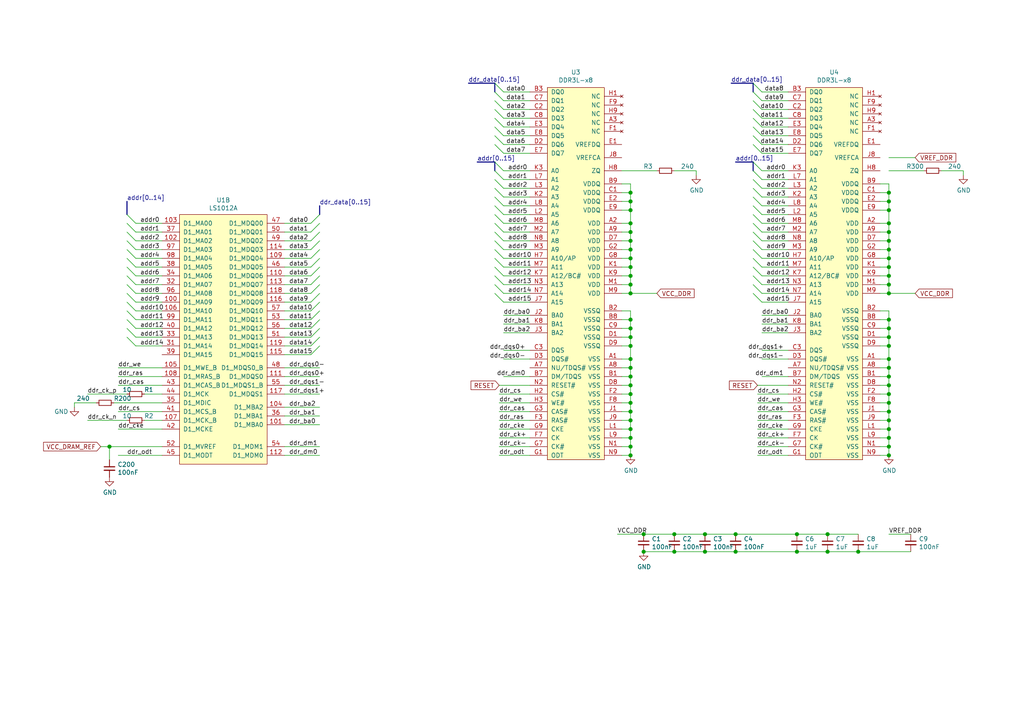
<source format=kicad_sch>
(kicad_sch (version 20210621) (generator eeschema)
  (paper "A4")
  (junction (at 31.75 129.54) (diameter 1.016))
  (junction (at 182.88 55.88) (diameter 1.016))
  (junction (at 182.88 58.42) (diameter 1.016))
  (junction (at 182.88 60.96) (diameter 1.016))
  (junction (at 182.88 64.77) (diameter 1.016))
  (junction (at 182.88 67.31) (diameter 1.016))
  (junction (at 182.88 69.85) (diameter 1.016))
  (junction (at 182.88 72.39) (diameter 1.016))
  (junction (at 182.88 74.93) (diameter 1.016))
  (junction (at 182.88 77.47) (diameter 1.016))
  (junction (at 182.88 80.01) (diameter 1.016))
  (junction (at 182.88 82.55) (diameter 1.016))
  (junction (at 182.88 85.09) (diameter 1.016))
  (junction (at 182.88 92.71) (diameter 1.016))
  (junction (at 182.88 95.25) (diameter 1.016))
  (junction (at 182.88 97.79) (diameter 1.016))
  (junction (at 182.88 100.33) (diameter 1.016))
  (junction (at 182.88 104.14) (diameter 1.016))
  (junction (at 182.88 106.68) (diameter 1.016))
  (junction (at 182.88 109.22) (diameter 1.016))
  (junction (at 182.88 111.76) (diameter 1.016))
  (junction (at 182.88 114.3) (diameter 1.016))
  (junction (at 182.88 116.84) (diameter 1.016))
  (junction (at 182.88 119.38) (diameter 1.016))
  (junction (at 182.88 121.92) (diameter 1.016))
  (junction (at 182.88 124.46) (diameter 1.016))
  (junction (at 182.88 127) (diameter 1.016))
  (junction (at 182.88 129.54) (diameter 1.016))
  (junction (at 182.88 132.08) (diameter 1.016))
  (junction (at 186.69 154.94) (diameter 1.016))
  (junction (at 186.69 160.02) (diameter 1.016))
  (junction (at 195.58 154.94) (diameter 1.016))
  (junction (at 195.58 160.02) (diameter 1.016))
  (junction (at 204.47 154.94) (diameter 1.016))
  (junction (at 204.47 160.02) (diameter 1.016))
  (junction (at 213.36 154.94) (diameter 1.016))
  (junction (at 213.36 160.02) (diameter 1.016))
  (junction (at 231.14 154.94) (diameter 1.016))
  (junction (at 231.14 160.02) (diameter 1.016))
  (junction (at 240.03 154.94) (diameter 1.016))
  (junction (at 240.03 160.02) (diameter 1.016))
  (junction (at 248.92 160.02) (diameter 1.016))
  (junction (at 257.81 55.88) (diameter 1.016))
  (junction (at 257.81 58.42) (diameter 1.016))
  (junction (at 257.81 60.96) (diameter 1.016))
  (junction (at 257.81 64.77) (diameter 1.016))
  (junction (at 257.81 67.31) (diameter 1.016))
  (junction (at 257.81 69.85) (diameter 1.016))
  (junction (at 257.81 72.39) (diameter 1.016))
  (junction (at 257.81 74.93) (diameter 1.016))
  (junction (at 257.81 77.47) (diameter 1.016))
  (junction (at 257.81 80.01) (diameter 1.016))
  (junction (at 257.81 82.55) (diameter 1.016))
  (junction (at 257.81 85.09) (diameter 1.016))
  (junction (at 257.81 92.71) (diameter 1.016))
  (junction (at 257.81 95.25) (diameter 1.016))
  (junction (at 257.81 97.79) (diameter 1.016))
  (junction (at 257.81 100.33) (diameter 1.016))
  (junction (at 257.81 104.14) (diameter 1.016))
  (junction (at 257.81 106.68) (diameter 1.016))
  (junction (at 257.81 109.22) (diameter 1.016))
  (junction (at 257.81 111.76) (diameter 1.016))
  (junction (at 257.81 114.3) (diameter 1.016))
  (junction (at 257.81 116.84) (diameter 1.016))
  (junction (at 257.81 119.38) (diameter 1.016))
  (junction (at 257.81 121.92) (diameter 1.016))
  (junction (at 257.81 124.46) (diameter 1.016))
  (junction (at 257.81 127) (diameter 1.016))
  (junction (at 257.81 129.54) (diameter 1.016))
  (junction (at 257.81 132.08) (diameter 1.016))
  (bus_entry (at 36.83 62.23) (size 2.54 2.54) (stroke (width 0.1524)))
  (bus_entry (at 36.83 64.77) (size 2.54 2.54) (stroke (width 0.1524)))
  (bus_entry (at 36.83 67.31) (size 2.54 2.54) (stroke (width 0.1524)))
  (bus_entry (at 36.83 69.85) (size 2.54 2.54) (stroke (width 0.1524)))
  (bus_entry (at 36.83 72.39) (size 2.54 2.54) (stroke (width 0.1524)))
  (bus_entry (at 36.83 74.93) (size 2.54 2.54) (stroke (width 0.1524)))
  (bus_entry (at 36.83 77.47) (size 2.54 2.54) (stroke (width 0.1524)))
  (bus_entry (at 36.83 80.01) (size 2.54 2.54) (stroke (width 0.1524)))
  (bus_entry (at 36.83 82.55) (size 2.54 2.54) (stroke (width 0.1524)))
  (bus_entry (at 36.83 85.09) (size 2.54 2.54) (stroke (width 0.1524)))
  (bus_entry (at 36.83 87.63) (size 2.54 2.54) (stroke (width 0.1524)))
  (bus_entry (at 36.83 90.17) (size 2.54 2.54) (stroke (width 0.1524)))
  (bus_entry (at 36.83 92.71) (size 2.54 2.54) (stroke (width 0.1524)))
  (bus_entry (at 36.83 95.25) (size 2.54 2.54) (stroke (width 0.1524)))
  (bus_entry (at 36.83 97.79) (size 2.54 2.54) (stroke (width 0.1524)))
  (bus_entry (at 90.17 64.77) (size 2.54 -2.54) (stroke (width 0.1524)))
  (bus_entry (at 90.17 67.31) (size 2.54 -2.54) (stroke (width 0.1524)))
  (bus_entry (at 90.17 69.85) (size 2.54 -2.54) (stroke (width 0.1524)))
  (bus_entry (at 90.17 72.39) (size 2.54 -2.54) (stroke (width 0.1524)))
  (bus_entry (at 90.17 74.93) (size 2.54 -2.54) (stroke (width 0.1524)))
  (bus_entry (at 90.17 77.47) (size 2.54 -2.54) (stroke (width 0.1524)))
  (bus_entry (at 90.17 80.01) (size 2.54 -2.54) (stroke (width 0.1524)))
  (bus_entry (at 90.17 82.55) (size 2.54 -2.54) (stroke (width 0.1524)))
  (bus_entry (at 90.17 85.09) (size 2.54 -2.54) (stroke (width 0.1524)))
  (bus_entry (at 90.17 87.63) (size 2.54 -2.54) (stroke (width 0.1524)))
  (bus_entry (at 90.17 90.17) (size 2.54 -2.54) (stroke (width 0.1524)))
  (bus_entry (at 90.17 92.71) (size 2.54 -2.54) (stroke (width 0.1524)))
  (bus_entry (at 90.17 95.25) (size 2.54 -2.54) (stroke (width 0.1524)))
  (bus_entry (at 90.17 97.79) (size 2.54 -2.54) (stroke (width 0.1524)))
  (bus_entry (at 90.17 100.33) (size 2.54 -2.54) (stroke (width 0.1524)))
  (bus_entry (at 90.17 102.87) (size 2.54 -2.54) (stroke (width 0.1524)))
  (bus_entry (at 143.51 46.99) (size 2.54 2.54) (stroke (width 0.1524)))
  (bus_entry (at 143.51 49.53) (size 2.54 2.54) (stroke (width 0.1524)))
  (bus_entry (at 143.51 52.07) (size 2.54 2.54) (stroke (width 0.1524)))
  (bus_entry (at 143.51 54.61) (size 2.54 2.54) (stroke (width 0.1524)))
  (bus_entry (at 143.51 57.15) (size 2.54 2.54) (stroke (width 0.1524)))
  (bus_entry (at 143.51 59.69) (size 2.54 2.54) (stroke (width 0.1524)))
  (bus_entry (at 143.51 62.23) (size 2.54 2.54) (stroke (width 0.1524)))
  (bus_entry (at 143.51 64.77) (size 2.54 2.54) (stroke (width 0.1524)))
  (bus_entry (at 143.51 67.31) (size 2.54 2.54) (stroke (width 0.1524)))
  (bus_entry (at 143.51 69.85) (size 2.54 2.54) (stroke (width 0.1524)))
  (bus_entry (at 143.51 72.39) (size 2.54 2.54) (stroke (width 0.1524)))
  (bus_entry (at 143.51 74.93) (size 2.54 2.54) (stroke (width 0.1524)))
  (bus_entry (at 143.51 77.47) (size 2.54 2.54) (stroke (width 0.1524)))
  (bus_entry (at 143.51 80.01) (size 2.54 2.54) (stroke (width 0.1524)))
  (bus_entry (at 143.51 82.55) (size 2.54 2.54) (stroke (width 0.1524)))
  (bus_entry (at 143.51 85.09) (size 2.54 2.54) (stroke (width 0.1524)))
  (bus_entry (at 146.05 26.67) (size -2.54 -2.54) (stroke (width 0.1524)))
  (bus_entry (at 146.05 29.21) (size -2.54 -2.54) (stroke (width 0.1524)))
  (bus_entry (at 146.05 31.75) (size -2.54 -2.54) (stroke (width 0.1524)))
  (bus_entry (at 146.05 34.29) (size -2.54 -2.54) (stroke (width 0.1524)))
  (bus_entry (at 146.05 36.83) (size -2.54 -2.54) (stroke (width 0.1524)))
  (bus_entry (at 146.05 39.37) (size -2.54 -2.54) (stroke (width 0.1524)))
  (bus_entry (at 146.05 41.91) (size -2.54 -2.54) (stroke (width 0.1524)))
  (bus_entry (at 146.05 44.45) (size -2.54 -2.54) (stroke (width 0.1524)))
  (bus_entry (at 218.44 46.99) (size 2.54 2.54) (stroke (width 0.1524)))
  (bus_entry (at 218.44 49.53) (size 2.54 2.54) (stroke (width 0.1524)))
  (bus_entry (at 218.44 52.07) (size 2.54 2.54) (stroke (width 0.1524)))
  (bus_entry (at 218.44 54.61) (size 2.54 2.54) (stroke (width 0.1524)))
  (bus_entry (at 218.44 57.15) (size 2.54 2.54) (stroke (width 0.1524)))
  (bus_entry (at 218.44 59.69) (size 2.54 2.54) (stroke (width 0.1524)))
  (bus_entry (at 218.44 62.23) (size 2.54 2.54) (stroke (width 0.1524)))
  (bus_entry (at 218.44 64.77) (size 2.54 2.54) (stroke (width 0.1524)))
  (bus_entry (at 218.44 67.31) (size 2.54 2.54) (stroke (width 0.1524)))
  (bus_entry (at 218.44 69.85) (size 2.54 2.54) (stroke (width 0.1524)))
  (bus_entry (at 218.44 72.39) (size 2.54 2.54) (stroke (width 0.1524)))
  (bus_entry (at 218.44 74.93) (size 2.54 2.54) (stroke (width 0.1524)))
  (bus_entry (at 218.44 77.47) (size 2.54 2.54) (stroke (width 0.1524)))
  (bus_entry (at 218.44 80.01) (size 2.54 2.54) (stroke (width 0.1524)))
  (bus_entry (at 218.44 82.55) (size 2.54 2.54) (stroke (width 0.1524)))
  (bus_entry (at 218.44 85.09) (size 2.54 2.54) (stroke (width 0.1524)))
  (bus_entry (at 220.98 26.67) (size -2.54 -2.54) (stroke (width 0.1524)))
  (bus_entry (at 220.98 29.21) (size -2.54 -2.54) (stroke (width 0.1524)))
  (bus_entry (at 220.98 31.75) (size -2.54 -2.54) (stroke (width 0.1524)))
  (bus_entry (at 220.98 34.29) (size -2.54 -2.54) (stroke (width 0.1524)))
  (bus_entry (at 220.98 36.83) (size -2.54 -2.54) (stroke (width 0.1524)))
  (bus_entry (at 220.98 39.37) (size -2.54 -2.54) (stroke (width 0.1524)))
  (bus_entry (at 220.98 41.91) (size -2.54 -2.54) (stroke (width 0.1524)))
  (bus_entry (at 220.98 44.45) (size -2.54 -2.54) (stroke (width 0.1524)))
  (wire (pts (xy 21.59 116.84) (xy 21.59 118.11)))
  (wire (pts (xy 27.94 116.84) (xy 21.59 116.84)))
  (wire (pts (xy 31.75 129.54) (xy 29.21 129.54)))
  (wire (pts (xy 31.75 129.54) (xy 31.75 133.35)))
  (wire (pts (xy 33.02 116.84) (xy 46.99 116.84)))
  (wire (pts (xy 36.83 114.3) (xy 25.4 114.3)))
  (wire (pts (xy 36.83 121.92) (xy 25.4 121.92)))
  (wire (pts (xy 39.37 64.77) (xy 46.99 64.77)))
  (wire (pts (xy 39.37 67.31) (xy 46.99 67.31)))
  (wire (pts (xy 39.37 69.85) (xy 46.99 69.85)))
  (wire (pts (xy 39.37 72.39) (xy 46.99 72.39)))
  (wire (pts (xy 39.37 74.93) (xy 46.99 74.93)))
  (wire (pts (xy 39.37 77.47) (xy 46.99 77.47)))
  (wire (pts (xy 39.37 80.01) (xy 46.99 80.01)))
  (wire (pts (xy 39.37 82.55) (xy 46.99 82.55)))
  (wire (pts (xy 39.37 85.09) (xy 46.99 85.09)))
  (wire (pts (xy 39.37 87.63) (xy 46.99 87.63)))
  (wire (pts (xy 39.37 90.17) (xy 46.99 90.17)))
  (wire (pts (xy 39.37 92.71) (xy 46.99 92.71)))
  (wire (pts (xy 39.37 95.25) (xy 46.99 95.25)))
  (wire (pts (xy 39.37 97.79) (xy 46.99 97.79)))
  (wire (pts (xy 39.37 100.33) (xy 46.99 100.33)))
  (wire (pts (xy 41.91 114.3) (xy 46.99 114.3)))
  (wire (pts (xy 41.91 121.92) (xy 46.99 121.92)))
  (wire (pts (xy 46.99 106.68) (xy 34.29 106.68)))
  (wire (pts (xy 46.99 109.22) (xy 34.29 109.22)))
  (wire (pts (xy 46.99 111.76) (xy 34.29 111.76)))
  (wire (pts (xy 46.99 119.38) (xy 34.29 119.38)))
  (wire (pts (xy 46.99 124.46) (xy 34.29 124.46)))
  (wire (pts (xy 46.99 129.54) (xy 31.75 129.54)))
  (wire (pts (xy 46.99 132.08) (xy 34.29 132.08)))
  (wire (pts (xy 82.55 64.77) (xy 90.17 64.77)))
  (wire (pts (xy 82.55 67.31) (xy 90.17 67.31)))
  (wire (pts (xy 82.55 69.85) (xy 90.17 69.85)))
  (wire (pts (xy 82.55 72.39) (xy 90.17 72.39)))
  (wire (pts (xy 82.55 74.93) (xy 90.17 74.93)))
  (wire (pts (xy 82.55 77.47) (xy 90.17 77.47)))
  (wire (pts (xy 82.55 80.01) (xy 90.17 80.01)))
  (wire (pts (xy 82.55 82.55) (xy 90.17 82.55)))
  (wire (pts (xy 82.55 85.09) (xy 90.17 85.09)))
  (wire (pts (xy 82.55 87.63) (xy 90.17 87.63)))
  (wire (pts (xy 82.55 90.17) (xy 90.17 90.17)))
  (wire (pts (xy 82.55 92.71) (xy 90.17 92.71)))
  (wire (pts (xy 82.55 95.25) (xy 90.17 95.25)))
  (wire (pts (xy 82.55 97.79) (xy 90.17 97.79)))
  (wire (pts (xy 82.55 100.33) (xy 90.17 100.33)))
  (wire (pts (xy 82.55 102.87) (xy 90.17 102.87)))
  (wire (pts (xy 82.55 106.68) (xy 92.71 106.68)))
  (wire (pts (xy 82.55 109.22) (xy 92.71 109.22)))
  (wire (pts (xy 82.55 111.76) (xy 92.71 111.76)))
  (wire (pts (xy 82.55 114.3) (xy 92.71 114.3)))
  (wire (pts (xy 82.55 118.11) (xy 92.71 118.11)))
  (wire (pts (xy 82.55 120.65) (xy 92.71 120.65)))
  (wire (pts (xy 82.55 123.19) (xy 92.71 123.19)))
  (wire (pts (xy 82.55 129.54) (xy 92.71 129.54)))
  (wire (pts (xy 82.55 132.08) (xy 92.71 132.08)))
  (wire (pts (xy 146.05 49.53) (xy 153.67 49.53)))
  (wire (pts (xy 146.05 52.07) (xy 153.67 52.07)))
  (wire (pts (xy 146.05 54.61) (xy 153.67 54.61)))
  (wire (pts (xy 146.05 57.15) (xy 153.67 57.15)))
  (wire (pts (xy 146.05 59.69) (xy 153.67 59.69)))
  (wire (pts (xy 146.05 62.23) (xy 153.67 62.23)))
  (wire (pts (xy 146.05 64.77) (xy 153.67 64.77)))
  (wire (pts (xy 146.05 67.31) (xy 153.67 67.31)))
  (wire (pts (xy 146.05 69.85) (xy 153.67 69.85)))
  (wire (pts (xy 146.05 72.39) (xy 153.67 72.39)))
  (wire (pts (xy 146.05 74.93) (xy 153.67 74.93)))
  (wire (pts (xy 146.05 77.47) (xy 153.67 77.47)))
  (wire (pts (xy 146.05 80.01) (xy 153.67 80.01)))
  (wire (pts (xy 146.05 82.55) (xy 153.67 82.55)))
  (wire (pts (xy 146.05 85.09) (xy 153.67 85.09)))
  (wire (pts (xy 146.05 87.63) (xy 153.67 87.63)))
  (wire (pts (xy 153.67 26.67) (xy 146.05 26.67)))
  (wire (pts (xy 153.67 29.21) (xy 146.05 29.21)))
  (wire (pts (xy 153.67 31.75) (xy 146.05 31.75)))
  (wire (pts (xy 153.67 34.29) (xy 146.05 34.29)))
  (wire (pts (xy 153.67 36.83) (xy 146.05 36.83)))
  (wire (pts (xy 153.67 39.37) (xy 146.05 39.37)))
  (wire (pts (xy 153.67 41.91) (xy 146.05 41.91)))
  (wire (pts (xy 153.67 44.45) (xy 146.05 44.45)))
  (wire (pts (xy 153.67 91.44) (xy 146.05 91.44)))
  (wire (pts (xy 153.67 93.98) (xy 146.05 93.98)))
  (wire (pts (xy 153.67 96.52) (xy 146.05 96.52)))
  (wire (pts (xy 153.67 101.6) (xy 146.05 101.6)))
  (wire (pts (xy 153.67 104.14) (xy 146.05 104.14)))
  (wire (pts (xy 153.67 109.22) (xy 146.05 109.22)))
  (wire (pts (xy 153.67 111.76) (xy 144.78 111.76)))
  (wire (pts (xy 153.67 114.3) (xy 144.78 114.3)))
  (wire (pts (xy 153.67 116.84) (xy 144.78 116.84)))
  (wire (pts (xy 153.67 119.38) (xy 144.78 119.38)))
  (wire (pts (xy 153.67 121.92) (xy 144.78 121.92)))
  (wire (pts (xy 153.67 124.46) (xy 144.78 124.46)))
  (wire (pts (xy 153.67 127) (xy 144.78 127)))
  (wire (pts (xy 153.67 129.54) (xy 144.78 129.54)))
  (wire (pts (xy 153.67 132.08) (xy 144.78 132.08)))
  (wire (pts (xy 180.34 55.88) (xy 182.88 55.88)))
  (wire (pts (xy 180.34 58.42) (xy 182.88 58.42)))
  (wire (pts (xy 180.34 60.96) (xy 182.88 60.96)))
  (wire (pts (xy 180.34 64.77) (xy 182.88 64.77)))
  (wire (pts (xy 180.34 67.31) (xy 182.88 67.31)))
  (wire (pts (xy 180.34 69.85) (xy 182.88 69.85)))
  (wire (pts (xy 180.34 72.39) (xy 182.88 72.39)))
  (wire (pts (xy 180.34 74.93) (xy 182.88 74.93)))
  (wire (pts (xy 180.34 77.47) (xy 182.88 77.47)))
  (wire (pts (xy 180.34 80.01) (xy 182.88 80.01)))
  (wire (pts (xy 180.34 82.55) (xy 182.88 82.55)))
  (wire (pts (xy 180.34 85.09) (xy 182.88 85.09)))
  (wire (pts (xy 180.34 90.17) (xy 182.88 90.17)))
  (wire (pts (xy 180.34 92.71) (xy 182.88 92.71)))
  (wire (pts (xy 180.34 95.25) (xy 182.88 95.25)))
  (wire (pts (xy 180.34 97.79) (xy 182.88 97.79)))
  (wire (pts (xy 180.34 100.33) (xy 182.88 100.33)))
  (wire (pts (xy 180.34 104.14) (xy 182.88 104.14)))
  (wire (pts (xy 180.34 106.68) (xy 182.88 106.68)))
  (wire (pts (xy 180.34 109.22) (xy 182.88 109.22)))
  (wire (pts (xy 180.34 111.76) (xy 182.88 111.76)))
  (wire (pts (xy 180.34 114.3) (xy 182.88 114.3)))
  (wire (pts (xy 180.34 116.84) (xy 182.88 116.84)))
  (wire (pts (xy 180.34 119.38) (xy 182.88 119.38)))
  (wire (pts (xy 180.34 121.92) (xy 182.88 121.92)))
  (wire (pts (xy 180.34 124.46) (xy 182.88 124.46)))
  (wire (pts (xy 180.34 127) (xy 182.88 127)))
  (wire (pts (xy 180.34 129.54) (xy 182.88 129.54)))
  (wire (pts (xy 182.88 53.34) (xy 180.34 53.34)))
  (wire (pts (xy 182.88 55.88) (xy 182.88 53.34)))
  (wire (pts (xy 182.88 58.42) (xy 182.88 55.88)))
  (wire (pts (xy 182.88 60.96) (xy 182.88 58.42)))
  (wire (pts (xy 182.88 64.77) (xy 182.88 60.96)))
  (wire (pts (xy 182.88 67.31) (xy 182.88 64.77)))
  (wire (pts (xy 182.88 69.85) (xy 182.88 67.31)))
  (wire (pts (xy 182.88 72.39) (xy 182.88 69.85)))
  (wire (pts (xy 182.88 74.93) (xy 182.88 72.39)))
  (wire (pts (xy 182.88 77.47) (xy 182.88 74.93)))
  (wire (pts (xy 182.88 80.01) (xy 182.88 77.47)))
  (wire (pts (xy 182.88 82.55) (xy 182.88 80.01)))
  (wire (pts (xy 182.88 85.09) (xy 182.88 82.55)))
  (wire (pts (xy 182.88 85.09) (xy 190.5 85.09)))
  (wire (pts (xy 182.88 90.17) (xy 182.88 92.71)))
  (wire (pts (xy 182.88 92.71) (xy 182.88 95.25)))
  (wire (pts (xy 182.88 95.25) (xy 182.88 97.79)))
  (wire (pts (xy 182.88 97.79) (xy 182.88 100.33)))
  (wire (pts (xy 182.88 100.33) (xy 182.88 104.14)))
  (wire (pts (xy 182.88 104.14) (xy 182.88 106.68)))
  (wire (pts (xy 182.88 106.68) (xy 182.88 109.22)))
  (wire (pts (xy 182.88 109.22) (xy 182.88 111.76)))
  (wire (pts (xy 182.88 111.76) (xy 182.88 114.3)))
  (wire (pts (xy 182.88 114.3) (xy 182.88 116.84)))
  (wire (pts (xy 182.88 116.84) (xy 182.88 119.38)))
  (wire (pts (xy 182.88 119.38) (xy 182.88 121.92)))
  (wire (pts (xy 182.88 121.92) (xy 182.88 124.46)))
  (wire (pts (xy 182.88 124.46) (xy 182.88 127)))
  (wire (pts (xy 182.88 127) (xy 182.88 129.54)))
  (wire (pts (xy 182.88 129.54) (xy 182.88 132.08)))
  (wire (pts (xy 182.88 132.08) (xy 180.34 132.08)))
  (wire (pts (xy 186.69 154.94) (xy 179.07 154.94)))
  (wire (pts (xy 190.5 49.53) (xy 180.34 49.53)))
  (wire (pts (xy 195.58 49.53) (xy 201.93 49.53)))
  (wire (pts (xy 195.58 154.94) (xy 186.69 154.94)))
  (wire (pts (xy 195.58 160.02) (xy 186.69 160.02)))
  (wire (pts (xy 201.93 49.53) (xy 201.93 50.8)))
  (wire (pts (xy 204.47 154.94) (xy 195.58 154.94)))
  (wire (pts (xy 204.47 160.02) (xy 195.58 160.02)))
  (wire (pts (xy 213.36 154.94) (xy 204.47 154.94)))
  (wire (pts (xy 213.36 154.94) (xy 231.14 154.94)))
  (wire (pts (xy 213.36 160.02) (xy 204.47 160.02)))
  (wire (pts (xy 213.36 160.02) (xy 231.14 160.02)))
  (wire (pts (xy 220.98 49.53) (xy 228.6 49.53)))
  (wire (pts (xy 220.98 52.07) (xy 228.6 52.07)))
  (wire (pts (xy 220.98 54.61) (xy 228.6 54.61)))
  (wire (pts (xy 220.98 57.15) (xy 228.6 57.15)))
  (wire (pts (xy 220.98 59.69) (xy 228.6 59.69)))
  (wire (pts (xy 220.98 62.23) (xy 228.6 62.23)))
  (wire (pts (xy 220.98 64.77) (xy 228.6 64.77)))
  (wire (pts (xy 220.98 67.31) (xy 228.6 67.31)))
  (wire (pts (xy 220.98 69.85) (xy 228.6 69.85)))
  (wire (pts (xy 220.98 72.39) (xy 228.6 72.39)))
  (wire (pts (xy 220.98 74.93) (xy 228.6 74.93)))
  (wire (pts (xy 220.98 77.47) (xy 228.6 77.47)))
  (wire (pts (xy 220.98 80.01) (xy 228.6 80.01)))
  (wire (pts (xy 220.98 82.55) (xy 228.6 82.55)))
  (wire (pts (xy 220.98 85.09) (xy 228.6 85.09)))
  (wire (pts (xy 220.98 87.63) (xy 228.6 87.63)))
  (wire (pts (xy 228.6 26.67) (xy 220.98 26.67)))
  (wire (pts (xy 228.6 29.21) (xy 220.98 29.21)))
  (wire (pts (xy 228.6 31.75) (xy 220.98 31.75)))
  (wire (pts (xy 228.6 34.29) (xy 220.98 34.29)))
  (wire (pts (xy 228.6 36.83) (xy 220.98 36.83)))
  (wire (pts (xy 228.6 39.37) (xy 220.98 39.37)))
  (wire (pts (xy 228.6 41.91) (xy 220.98 41.91)))
  (wire (pts (xy 228.6 44.45) (xy 220.98 44.45)))
  (wire (pts (xy 228.6 91.44) (xy 220.98 91.44)))
  (wire (pts (xy 228.6 93.98) (xy 220.98 93.98)))
  (wire (pts (xy 228.6 96.52) (xy 220.98 96.52)))
  (wire (pts (xy 228.6 101.6) (xy 220.98 101.6)))
  (wire (pts (xy 228.6 104.14) (xy 220.98 104.14)))
  (wire (pts (xy 228.6 109.22) (xy 220.98 109.22)))
  (wire (pts (xy 228.6 111.76) (xy 219.71 111.76)))
  (wire (pts (xy 228.6 114.3) (xy 219.71 114.3)))
  (wire (pts (xy 228.6 116.84) (xy 219.71 116.84)))
  (wire (pts (xy 228.6 119.38) (xy 219.71 119.38)))
  (wire (pts (xy 228.6 121.92) (xy 219.71 121.92)))
  (wire (pts (xy 228.6 124.46) (xy 219.71 124.46)))
  (wire (pts (xy 228.6 127) (xy 219.71 127)))
  (wire (pts (xy 228.6 129.54) (xy 219.71 129.54)))
  (wire (pts (xy 228.6 132.08) (xy 219.71 132.08)))
  (wire (pts (xy 240.03 154.94) (xy 231.14 154.94)))
  (wire (pts (xy 240.03 160.02) (xy 231.14 160.02)))
  (wire (pts (xy 248.92 154.94) (xy 240.03 154.94)))
  (wire (pts (xy 248.92 160.02) (xy 240.03 160.02)))
  (wire (pts (xy 255.27 55.88) (xy 257.81 55.88)))
  (wire (pts (xy 255.27 58.42) (xy 257.81 58.42)))
  (wire (pts (xy 255.27 60.96) (xy 257.81 60.96)))
  (wire (pts (xy 255.27 64.77) (xy 257.81 64.77)))
  (wire (pts (xy 255.27 67.31) (xy 257.81 67.31)))
  (wire (pts (xy 255.27 69.85) (xy 257.81 69.85)))
  (wire (pts (xy 255.27 72.39) (xy 257.81 72.39)))
  (wire (pts (xy 255.27 74.93) (xy 257.81 74.93)))
  (wire (pts (xy 255.27 77.47) (xy 257.81 77.47)))
  (wire (pts (xy 255.27 80.01) (xy 257.81 80.01)))
  (wire (pts (xy 255.27 82.55) (xy 257.81 82.55)))
  (wire (pts (xy 255.27 85.09) (xy 257.81 85.09)))
  (wire (pts (xy 255.27 90.17) (xy 257.81 90.17)))
  (wire (pts (xy 255.27 92.71) (xy 257.81 92.71)))
  (wire (pts (xy 255.27 95.25) (xy 257.81 95.25)))
  (wire (pts (xy 255.27 97.79) (xy 257.81 97.79)))
  (wire (pts (xy 255.27 100.33) (xy 257.81 100.33)))
  (wire (pts (xy 255.27 104.14) (xy 257.81 104.14)))
  (wire (pts (xy 255.27 106.68) (xy 257.81 106.68)))
  (wire (pts (xy 255.27 109.22) (xy 257.81 109.22)))
  (wire (pts (xy 255.27 111.76) (xy 257.81 111.76)))
  (wire (pts (xy 255.27 114.3) (xy 257.81 114.3)))
  (wire (pts (xy 255.27 116.84) (xy 257.81 116.84)))
  (wire (pts (xy 255.27 119.38) (xy 257.81 119.38)))
  (wire (pts (xy 255.27 121.92) (xy 257.81 121.92)))
  (wire (pts (xy 255.27 124.46) (xy 257.81 124.46)))
  (wire (pts (xy 255.27 127) (xy 257.81 127)))
  (wire (pts (xy 255.27 129.54) (xy 257.81 129.54)))
  (wire (pts (xy 257.81 45.72) (xy 265.43 45.72)))
  (wire (pts (xy 257.81 53.34) (xy 255.27 53.34)))
  (wire (pts (xy 257.81 55.88) (xy 257.81 53.34)))
  (wire (pts (xy 257.81 58.42) (xy 257.81 55.88)))
  (wire (pts (xy 257.81 60.96) (xy 257.81 58.42)))
  (wire (pts (xy 257.81 64.77) (xy 257.81 60.96)))
  (wire (pts (xy 257.81 67.31) (xy 257.81 64.77)))
  (wire (pts (xy 257.81 69.85) (xy 257.81 67.31)))
  (wire (pts (xy 257.81 72.39) (xy 257.81 69.85)))
  (wire (pts (xy 257.81 74.93) (xy 257.81 72.39)))
  (wire (pts (xy 257.81 77.47) (xy 257.81 74.93)))
  (wire (pts (xy 257.81 80.01) (xy 257.81 77.47)))
  (wire (pts (xy 257.81 82.55) (xy 257.81 80.01)))
  (wire (pts (xy 257.81 85.09) (xy 257.81 82.55)))
  (wire (pts (xy 257.81 85.09) (xy 265.43 85.09)))
  (wire (pts (xy 257.81 90.17) (xy 257.81 92.71)))
  (wire (pts (xy 257.81 92.71) (xy 257.81 95.25)))
  (wire (pts (xy 257.81 95.25) (xy 257.81 97.79)))
  (wire (pts (xy 257.81 97.79) (xy 257.81 100.33)))
  (wire (pts (xy 257.81 100.33) (xy 257.81 104.14)))
  (wire (pts (xy 257.81 104.14) (xy 257.81 106.68)))
  (wire (pts (xy 257.81 106.68) (xy 257.81 109.22)))
  (wire (pts (xy 257.81 109.22) (xy 257.81 111.76)))
  (wire (pts (xy 257.81 111.76) (xy 257.81 114.3)))
  (wire (pts (xy 257.81 114.3) (xy 257.81 116.84)))
  (wire (pts (xy 257.81 116.84) (xy 257.81 119.38)))
  (wire (pts (xy 257.81 119.38) (xy 257.81 121.92)))
  (wire (pts (xy 257.81 121.92) (xy 257.81 124.46)))
  (wire (pts (xy 257.81 124.46) (xy 257.81 127)))
  (wire (pts (xy 257.81 127) (xy 257.81 129.54)))
  (wire (pts (xy 257.81 129.54) (xy 257.81 132.08)))
  (wire (pts (xy 257.81 132.08) (xy 255.27 132.08)))
  (wire (pts (xy 264.16 154.94) (xy 257.81 154.94)))
  (wire (pts (xy 264.16 160.02) (xy 248.92 160.02)))
  (wire (pts (xy 267.97 49.53) (xy 257.81 49.53)))
  (wire (pts (xy 273.05 49.53) (xy 279.4 49.53)))
  (wire (pts (xy 279.4 49.53) (xy 279.4 50.8)))
  (bus (pts (xy 36.83 58.42) (xy 36.83 97.79)))
  (bus (pts (xy 92.71 59.69) (xy 92.71 100.33)))
  (bus (pts (xy 143.51 24.13) (xy 135.89 24.13)))
  (bus (pts (xy 143.51 24.13) (xy 143.51 41.91)))
  (bus (pts (xy 143.51 46.99) (xy 138.43 46.99)))
  (bus (pts (xy 143.51 46.99) (xy 143.51 85.09)))
  (bus (pts (xy 212.09 24.13) (xy 218.44 24.13)))
  (bus (pts (xy 218.44 24.13) (xy 218.44 41.91)))
  (bus (pts (xy 218.44 46.99) (xy 213.36 46.99)))
  (bus (pts (xy 218.44 46.99) (xy 218.44 85.09)))
  (label "ddr_ck_p" (at 25.4 114.3 0))
  (label "ddr_ck_n" (at 25.4 121.92 0))
  (label "ddr_we" (at 34.29 106.68 0))
  (label "ddr_ras" (at 34.29 109.22 0))
  (label "ddr_cas" (at 34.29 111.76 0))
  (label "ddr_cs" (at 34.29 119.38 0))
  (label "ddr_cke" (at 34.29 124.46 0))
  (label "addr[0..14]" (at 36.83 58.42 0))
  (label "ddr_odt" (at 36.83 132.08 0))
  (label "addr0" (at 40.64 64.77 0))
  (label "addr1" (at 40.64 67.31 0))
  (label "addr2" (at 40.64 69.85 0))
  (label "addr3" (at 40.64 72.39 0))
  (label "addr4" (at 40.64 74.93 0))
  (label "addr5" (at 40.64 77.47 0))
  (label "addr6" (at 40.64 80.01 0))
  (label "addr7" (at 40.64 82.55 0))
  (label "addr8" (at 40.64 85.09 0))
  (label "addr9" (at 40.64 87.63 0))
  (label "addr10" (at 40.64 90.17 0))
  (label "addr11" (at 40.64 92.71 0))
  (label "addr12" (at 40.64 95.25 0))
  (label "addr13" (at 40.64 97.79 0))
  (label "addr14" (at 40.64 100.33 0))
  (label "data0" (at 83.82 64.77 0))
  (label "data1" (at 83.82 67.31 0))
  (label "data2" (at 83.82 69.85 0))
  (label "data3" (at 83.82 72.39 0))
  (label "data4" (at 83.82 74.93 0))
  (label "data5" (at 83.82 77.47 0))
  (label "data6" (at 83.82 80.01 0))
  (label "data7" (at 83.82 82.55 0))
  (label "data8" (at 83.82 85.09 0))
  (label "data9" (at 83.82 87.63 0))
  (label "data10" (at 83.82 90.17 0))
  (label "data11" (at 83.82 92.71 0))
  (label "data12" (at 83.82 95.25 0))
  (label "data13" (at 83.82 97.79 0))
  (label "data14" (at 83.82 100.33 0))
  (label "data15" (at 83.82 102.87 0))
  (label "ddr_dqs0-" (at 83.82 106.68 0))
  (label "ddr_dqs0+" (at 83.82 109.22 0))
  (label "ddr_dqs1-" (at 83.82 111.76 0))
  (label "ddr_dqs1+" (at 83.82 114.3 0))
  (label "ddr_ba2" (at 83.82 118.11 0))
  (label "ddr_ba1" (at 83.82 120.65 0))
  (label "ddr_ba0" (at 83.82 123.19 0))
  (label "ddr_dm1" (at 83.82 129.54 0))
  (label "ddr_dm0" (at 83.82 132.08 0))
  (label "ddr_data[0..15]" (at 92.71 59.69 0))
  (label "ddr_data[0..15]" (at 135.89 24.13 0))
  (label "addr[0..15]" (at 138.43 46.99 0))
  (label "ddr_cs" (at 144.78 114.3 0))
  (label "ddr_we" (at 144.78 116.84 0))
  (label "ddr_cas" (at 144.78 119.38 0))
  (label "ddr_ras" (at 144.78 121.92 0))
  (label "ddr_cke" (at 144.78 124.46 0))
  (label "ddr_ck+" (at 144.78 127 0))
  (label "ddr_ck-" (at 144.78 129.54 0))
  (label "ddr_odt" (at 144.78 132.08 0))
  (label "ddr_ba0" (at 146.05 91.44 0))
  (label "ddr_ba1" (at 146.05 93.98 0))
  (label "ddr_ba2" (at 146.05 96.52 0))
  (label "addr0" (at 147.32 49.53 0))
  (label "addr1" (at 147.32 52.07 0))
  (label "addr2" (at 147.32 54.61 0))
  (label "addr3" (at 147.32 57.15 0))
  (label "addr4" (at 147.32 59.69 0))
  (label "addr5" (at 147.32 62.23 0))
  (label "addr6" (at 147.32 64.77 0))
  (label "addr7" (at 147.32 67.31 0))
  (label "addr8" (at 147.32 69.85 0))
  (label "addr9" (at 147.32 72.39 0))
  (label "addr10" (at 147.32 74.93 0))
  (label "addr11" (at 147.32 77.47 0))
  (label "addr12" (at 147.32 80.01 0))
  (label "addr13" (at 147.32 82.55 0))
  (label "addr14" (at 147.32 85.09 0))
  (label "addr15" (at 147.32 87.63 0))
  (label "data0" (at 152.4 26.67 180))
  (label "data1" (at 152.4 29.21 180))
  (label "data2" (at 152.4 31.75 180))
  (label "data3" (at 152.4 34.29 180))
  (label "data4" (at 152.4 36.83 180))
  (label "data5" (at 152.4 39.37 180))
  (label "data6" (at 152.4 41.91 180))
  (label "data7" (at 152.4 44.45 180))
  (label "ddr_dqs0+" (at 152.4 101.6 180))
  (label "ddr_dqs0-" (at 152.4 104.14 180))
  (label "ddr_dm0" (at 152.4 109.22 180))
  (label "VCC_DDR" (at 179.07 154.94 0))
  (label "ddr_data[0..15]" (at 212.09 24.13 0))
  (label "addr[0..15]" (at 213.36 46.99 0))
  (label "ddr_cs" (at 219.71 114.3 0))
  (label "ddr_we" (at 219.71 116.84 0))
  (label "ddr_cas" (at 219.71 119.38 0))
  (label "ddr_ras" (at 219.71 121.92 0))
  (label "ddr_cke" (at 219.71 124.46 0))
  (label "ddr_ck+" (at 219.71 127 0))
  (label "ddr_ck-" (at 219.71 129.54 0))
  (label "ddr_odt" (at 219.71 132.08 0))
  (label "ddr_ba0" (at 220.98 91.44 0))
  (label "ddr_ba1" (at 220.98 93.98 0))
  (label "ddr_ba2" (at 220.98 96.52 0))
  (label "addr0" (at 222.25 49.53 0))
  (label "addr1" (at 222.25 52.07 0))
  (label "addr2" (at 222.25 54.61 0))
  (label "addr3" (at 222.25 57.15 0))
  (label "addr4" (at 222.25 59.69 0))
  (label "addr5" (at 222.25 62.23 0))
  (label "addr6" (at 222.25 64.77 0))
  (label "addr7" (at 222.25 67.31 0))
  (label "addr8" (at 222.25 69.85 0))
  (label "addr9" (at 222.25 72.39 0))
  (label "addr10" (at 222.25 74.93 0))
  (label "addr11" (at 222.25 77.47 0))
  (label "addr12" (at 222.25 80.01 0))
  (label "addr13" (at 222.25 82.55 0))
  (label "addr14" (at 222.25 85.09 0))
  (label "addr15" (at 222.25 87.63 0))
  (label "data8" (at 227.33 26.67 180))
  (label "data9" (at 227.33 29.21 180))
  (label "data10" (at 227.33 31.75 180))
  (label "data11" (at 227.33 34.29 180))
  (label "data12" (at 227.33 36.83 180))
  (label "data13" (at 227.33 39.37 180))
  (label "data14" (at 227.33 41.91 180))
  (label "data15" (at 227.33 44.45 180))
  (label "ddr_dqs1+" (at 227.33 101.6 180))
  (label "ddr_dqs1-" (at 227.33 104.14 180))
  (label "ddr_dm1" (at 227.33 109.22 180))
  (label "VREF_DDR" (at 257.81 154.94 0))
  (global_label "VCC_DRAM_REF" (shape input) (at 29.21 129.54 180) (property "Intersheet References" "${INTERSHEET_REFS}" (effects hide)))
  (global_label "RESET" (shape input) (at 144.78 111.76 180) (property "Intersheet References" "${INTERSHEET_REFS}" (effects hide)))
  (global_label "VCC_DDR" (shape input) (at 190.5 85.09 0) (property "Intersheet References" "${INTERSHEET_REFS}" (effects hide)))
  (global_label "RESET" (shape input) (at 219.71 111.76 180) (property "Intersheet References" "${INTERSHEET_REFS}" (effects hide)))
  (global_label "VREF_DDR" (shape input) (at 265.43 45.72 0) (property "Intersheet References" "${INTERSHEET_REFS}" (effects hide)))
  (global_label "VCC_DDR" (shape input) (at 265.43 85.09 0) (property "Intersheet References" "${INTERSHEET_REFS}" (effects hide)))
  (symbol (lib_id "power:GND") (at -53.34 152.4 0) (unit 1)
    (property "Reference" "#PWR0104" (effects hide))
    (property "Value" "GND" (at -53.213 156.7942 0))
  )
  (symbol (lib_id "power:GND") (at 21.59 118.11 0) (mirror y) (unit 1)
    (property "Reference" "#PWR0102" (effects hide))
    (property "Value" "GND" (at 17.78 119.38 0))
  )
  (symbol (lib_id "power:GND") (at 31.75 138.43 0) (unit 1)
    (property "Reference" "#PWR0103" (effects hide))
    (property "Value" "GND" (at 31.877 142.8242 0))
  )
  (symbol (lib_id "power:GND") (at 182.88 132.08 0) (unit 1)
    (property "Reference" "#PWR0106" (effects hide))
    (property "Value" "GND" (at 183.007 136.4742 0))
  )
  (symbol (lib_id "power:GND") (at 186.69 160.02 0) (unit 1)
    (property "Reference" "#PWR0105" (effects hide))
    (property "Value" "GND" (at 186.817 164.4142 0))
  )
  (symbol (lib_id "power:GND") (at 201.93 50.8 0) (unit 1)
    (property "Reference" "#PWR0108" (effects hide))
    (property "Value" "GND" (at 202.057 55.1942 0))
  )
  (symbol (lib_id "power:GND") (at 257.81 132.08 0) (unit 1)
    (property "Reference" "#PWR0107" (effects hide))
    (property "Value" "GND" (at 257.937 136.4742 0))
  )
  (symbol (lib_id "power:GND") (at 279.4 50.8 0) (unit 1)
    (property "Reference" "#PWR0101" (effects hide))
    (property "Value" "GND" (at 279.527 55.1942 0))
  )
  (symbol (lib_id "Device:R_Small") (at 30.48 116.84 90) (mirror x) (unit 1)
    (property "Reference" "R200" (at 35.56 115.57 90))
    (property "Value" "240" (at 24.13 115.57 90))
    (property "Footprint" "Resistor_SMD:R_0402_1005Metric" (effects hide))
    (property "Tolerance" "1%" (effects hide))
  )
  (symbol (lib_id "Device:R_Small") (at 39.37 114.3 90) (mirror x) (unit 1)
    (property "Reference" "R1" (at 43.18 113.03 90))
    (property "Value" "10" (at 36.83 113.03 90))
    (property "Footprint" "Resistor_SMD:R_0402_1005Metric" (effects hide))
    (property "Tolerance" "1%" (effects hide))
  )
  (symbol (lib_id "Device:R_Small") (at 39.37 121.92 90) (mirror x) (unit 1)
    (property "Reference" "R2" (at 43.18 120.65 90))
    (property "Value" "10" (at 36.83 120.65 90))
    (property "Footprint" "Resistor_SMD:R_0402_1005Metric" (effects hide))
    (property "Tolerance" "1%" (effects hide))
  )
  (symbol (lib_id "Device:R_Small") (at 193.04 49.53 270) (unit 1)
    (property "Reference" "R3" (at 187.96 48.26 90))
    (property "Value" "240" (at 199.39 48.26 90))
    (property "Footprint" "Resistor_SMD:R_0402_1005Metric" (effects hide))
    (property "Tolerance" "1%" (effects hide))
  )
  (symbol (lib_id "Device:R_Small") (at 270.51 49.53 270) (unit 1)
    (property "Reference" "R300" (at 265.43 48.26 90))
    (property "Value" "240" (at 276.86 48.26 90))
    (property "Footprint" "Resistor_SMD:R_0402_1005Metric" (effects hide))
    (property "Tolerance" "1%" (effects hide))
  )
  (symbol (lib_id "Device:C_Small") (at 31.75 135.89 0) (unit 1)
    (property "Reference" "C200" (at 34.0868 134.7216 0) (effects (justify left)))
    (property "Value" "100nF" (at 34.0868 137.033 0) (effects (justify left)))
    (property "Footprint" "Capacitor_SMD:C_0402_1005Metric" (effects hide))
  )
  (symbol (lib_id "Device:C_Small") (at 186.69 157.48 0) (unit 1)
    (property "Reference" "C1" (at 189.0268 156.3116 0) (effects (justify left)))
    (property "Value" "100nF" (at 189.0268 158.623 0) (effects (justify left)))
    (property "Footprint" "Capacitor_SMD:C_0402_1005Metric" (effects hide))
  )
  (symbol (lib_id "Device:C_Small") (at 195.58 157.48 0) (unit 1)
    (property "Reference" "C2" (at 197.9168 156.3116 0) (effects (justify left)))
    (property "Value" "100nF" (at 197.9168 158.623 0) (effects (justify left)))
    (property "Footprint" "Capacitor_SMD:C_0402_1005Metric" (effects hide))
  )
  (symbol (lib_id "Device:C_Small") (at 204.47 157.48 0) (unit 1)
    (property "Reference" "C3" (at 206.8068 156.3116 0) (effects (justify left)))
    (property "Value" "100nF" (at 206.8068 158.623 0) (effects (justify left)))
    (property "Footprint" "Capacitor_SMD:C_0402_1005Metric" (effects hide))
  )
  (symbol (lib_id "Device:C_Small") (at 213.36 157.48 0) (unit 1)
    (property "Reference" "C4" (at 215.6968 156.3116 0) (effects (justify left)))
    (property "Value" "100nF" (at 215.6968 158.623 0) (effects (justify left)))
    (property "Footprint" "Capacitor_SMD:C_0402_1005Metric" (effects hide))
  )
  (symbol (lib_id "Device:C_Small") (at 231.14 157.48 0) (unit 1)
    (property "Reference" "C6" (at 233.4768 156.3116 0) (effects (justify left)))
    (property "Value" "1uF" (at 233.4768 158.623 0) (effects (justify left)))
    (property "Footprint" "Capacitor_SMD:C_0402_1005Metric" (effects hide))
  )
  (symbol (lib_id "Device:C_Small") (at 240.03 157.48 0) (unit 1)
    (property "Reference" "C7" (at 242.3668 156.3116 0) (effects (justify left)))
    (property "Value" "1uF" (at 242.3668 158.623 0) (effects (justify left)))
    (property "Footprint" "Capacitor_SMD:C_0402_1005Metric" (effects hide))
  )
  (symbol (lib_id "Device:C_Small") (at 248.92 157.48 0) (unit 1)
    (property "Reference" "C8" (at 251.2568 156.3116 0) (effects (justify left)))
    (property "Value" "1uF" (at 251.2568 158.623 0) (effects (justify left)))
    (property "Footprint" "Capacitor_SMD:C_0402_1005Metric" (effects hide))
  )
  (symbol (lib_id "Device:C_Small") (at 264.16 157.48 0) (unit 1)
    (property "Reference" "C9" (at 266.4968 156.3116 0) (effects (justify left)))
    (property "Value" "100nF" (at 266.4968 158.623 0) (effects (justify left)))
    (property "Footprint" "Capacitor_SMD:C_0402_1005Metric" (effects hide))
  )
  (symbol (lib_id "nxp:LS1012A") (at 64.77 96.52 0) (unit 2)
    (property "Reference" "U1" (at 64.77 58.039 0))
    (property "Value" "LS1012A" (at 64.77 60.3504 0))
    (property "Footprint" "nxp:NXP_LS1012ASE7EKA" (effects hide))
  )
  (symbol (lib_id "winbond:DDR3L-x8") (at 167.64 74.93 0) (unit 1)
    (property "Reference" "U3" (at 167.005 20.955 0))
    (property "Value" "DDR3L-x8" (at 167.005 23.2664 0))
    (property "Footprint" "winbond:BGA-78_9x13_9.0x10.5mm" (effects hide))
  )
  (symbol (lib_id "winbond:DDR3L-x8") (at 242.57 74.93 0) (unit 1)
    (property "Reference" "U4" (at 241.935 20.955 0))
    (property "Value" "DDR3L-x8" (at 241.935 23.2664 0))
    (property "Footprint" "winbond:BGA-78_9x13_9.0x10.5mm" (effects hide))
  )
)
</source>
